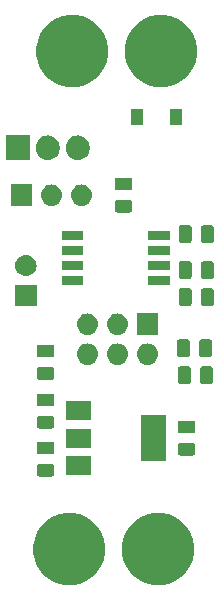
<source format=gbr>
G04 #@! TF.GenerationSoftware,KiCad,Pcbnew,(5.1.4)-1*
G04 #@! TF.CreationDate,2019-08-21T20:44:27-04:00*
G04 #@! TF.ProjectId,CABR_Schematic,43414252-5f53-4636-9865-6d617469632e,rev?*
G04 #@! TF.SameCoordinates,Original*
G04 #@! TF.FileFunction,Soldermask,Top*
G04 #@! TF.FilePolarity,Negative*
%FSLAX46Y46*%
G04 Gerber Fmt 4.6, Leading zero omitted, Abs format (unit mm)*
G04 Created by KiCad (PCBNEW (5.1.4)-1) date 2019-08-21 20:44:27*
%MOMM*%
%LPD*%
G04 APERTURE LIST*
%ADD10C,0.100000*%
G04 APERTURE END LIST*
D10*
G36*
X153677943Y-104254248D02*
G01*
X154233189Y-104484238D01*
X154233190Y-104484239D01*
X154732899Y-104818134D01*
X155157866Y-105243101D01*
X155157867Y-105243103D01*
X155491762Y-105742811D01*
X155721752Y-106298057D01*
X155839000Y-106887501D01*
X155839000Y-107488499D01*
X155721752Y-108077943D01*
X155491762Y-108633189D01*
X155491761Y-108633190D01*
X155157866Y-109132899D01*
X154732899Y-109557866D01*
X154481347Y-109725948D01*
X154233189Y-109891762D01*
X153677943Y-110121752D01*
X153088499Y-110239000D01*
X152487501Y-110239000D01*
X151898057Y-110121752D01*
X151342811Y-109891762D01*
X151094653Y-109725948D01*
X150843101Y-109557866D01*
X150418134Y-109132899D01*
X150084239Y-108633190D01*
X150084238Y-108633189D01*
X149854248Y-108077943D01*
X149737000Y-107488499D01*
X149737000Y-106887501D01*
X149854248Y-106298057D01*
X150084238Y-105742811D01*
X150418133Y-105243103D01*
X150418134Y-105243101D01*
X150843101Y-104818134D01*
X151342810Y-104484239D01*
X151342811Y-104484238D01*
X151898057Y-104254248D01*
X152487501Y-104137000D01*
X153088499Y-104137000D01*
X153677943Y-104254248D01*
X153677943Y-104254248D01*
G37*
G36*
X146177943Y-104254248D02*
G01*
X146733189Y-104484238D01*
X146733190Y-104484239D01*
X147232899Y-104818134D01*
X147657866Y-105243101D01*
X147657867Y-105243103D01*
X147991762Y-105742811D01*
X148221752Y-106298057D01*
X148339000Y-106887501D01*
X148339000Y-107488499D01*
X148221752Y-108077943D01*
X147991762Y-108633189D01*
X147991761Y-108633190D01*
X147657866Y-109132899D01*
X147232899Y-109557866D01*
X146981347Y-109725948D01*
X146733189Y-109891762D01*
X146177943Y-110121752D01*
X145588499Y-110239000D01*
X144987501Y-110239000D01*
X144398057Y-110121752D01*
X143842811Y-109891762D01*
X143594653Y-109725948D01*
X143343101Y-109557866D01*
X142918134Y-109132899D01*
X142584239Y-108633190D01*
X142584238Y-108633189D01*
X142354248Y-108077943D01*
X142237000Y-107488499D01*
X142237000Y-106887501D01*
X142354248Y-106298057D01*
X142584238Y-105742811D01*
X142918133Y-105243103D01*
X142918134Y-105243101D01*
X143343101Y-104818134D01*
X143842810Y-104484239D01*
X143842811Y-104484238D01*
X144398057Y-104254248D01*
X144987501Y-104137000D01*
X145588499Y-104137000D01*
X146177943Y-104254248D01*
X146177943Y-104254248D01*
G37*
G36*
X143840468Y-99971565D02*
G01*
X143879138Y-99983296D01*
X143914777Y-100002346D01*
X143946017Y-100027983D01*
X143971654Y-100059223D01*
X143990704Y-100094862D01*
X144002435Y-100133532D01*
X144007000Y-100179888D01*
X144007000Y-100831112D01*
X144002435Y-100877468D01*
X143990704Y-100916138D01*
X143971654Y-100951777D01*
X143946017Y-100983017D01*
X143914777Y-101008654D01*
X143879138Y-101027704D01*
X143840468Y-101039435D01*
X143794112Y-101044000D01*
X142717888Y-101044000D01*
X142671532Y-101039435D01*
X142632862Y-101027704D01*
X142597223Y-101008654D01*
X142565983Y-100983017D01*
X142540346Y-100951777D01*
X142521296Y-100916138D01*
X142509565Y-100877468D01*
X142505000Y-100831112D01*
X142505000Y-100179888D01*
X142509565Y-100133532D01*
X142521296Y-100094862D01*
X142540346Y-100059223D01*
X142565983Y-100027983D01*
X142597223Y-100002346D01*
X142632862Y-99983296D01*
X142671532Y-99971565D01*
X142717888Y-99967000D01*
X143794112Y-99967000D01*
X143840468Y-99971565D01*
X143840468Y-99971565D01*
G37*
G36*
X147126000Y-100891000D02*
G01*
X145024000Y-100891000D01*
X145024000Y-99289000D01*
X147126000Y-99289000D01*
X147126000Y-100891000D01*
X147126000Y-100891000D01*
G37*
G36*
X153426000Y-99741000D02*
G01*
X151324000Y-99741000D01*
X151324000Y-95839000D01*
X153426000Y-95839000D01*
X153426000Y-99741000D01*
X153426000Y-99741000D01*
G37*
G36*
X155778468Y-98193565D02*
G01*
X155817138Y-98205296D01*
X155852777Y-98224346D01*
X155884017Y-98249983D01*
X155909654Y-98281223D01*
X155928704Y-98316862D01*
X155940435Y-98355532D01*
X155945000Y-98401888D01*
X155945000Y-99053112D01*
X155940435Y-99099468D01*
X155928704Y-99138138D01*
X155909654Y-99173777D01*
X155884017Y-99205017D01*
X155852777Y-99230654D01*
X155817138Y-99249704D01*
X155778468Y-99261435D01*
X155732112Y-99266000D01*
X154655888Y-99266000D01*
X154609532Y-99261435D01*
X154570862Y-99249704D01*
X154535223Y-99230654D01*
X154503983Y-99205017D01*
X154478346Y-99173777D01*
X154459296Y-99138138D01*
X154447565Y-99099468D01*
X154443000Y-99053112D01*
X154443000Y-98401888D01*
X154447565Y-98355532D01*
X154459296Y-98316862D01*
X154478346Y-98281223D01*
X154503983Y-98249983D01*
X154535223Y-98224346D01*
X154570862Y-98205296D01*
X154609532Y-98193565D01*
X154655888Y-98189000D01*
X155732112Y-98189000D01*
X155778468Y-98193565D01*
X155778468Y-98193565D01*
G37*
G36*
X143840468Y-98096565D02*
G01*
X143879138Y-98108296D01*
X143914777Y-98127346D01*
X143946017Y-98152983D01*
X143971654Y-98184223D01*
X143990704Y-98219862D01*
X144002435Y-98258532D01*
X144007000Y-98304888D01*
X144007000Y-98956112D01*
X144002435Y-99002468D01*
X143990704Y-99041138D01*
X143971654Y-99076777D01*
X143946017Y-99108017D01*
X143914777Y-99133654D01*
X143879138Y-99152704D01*
X143840468Y-99164435D01*
X143794112Y-99169000D01*
X142717888Y-99169000D01*
X142671532Y-99164435D01*
X142632862Y-99152704D01*
X142597223Y-99133654D01*
X142565983Y-99108017D01*
X142540346Y-99076777D01*
X142521296Y-99041138D01*
X142509565Y-99002468D01*
X142505000Y-98956112D01*
X142505000Y-98304888D01*
X142509565Y-98258532D01*
X142521296Y-98219862D01*
X142540346Y-98184223D01*
X142565983Y-98152983D01*
X142597223Y-98127346D01*
X142632862Y-98108296D01*
X142671532Y-98096565D01*
X142717888Y-98092000D01*
X143794112Y-98092000D01*
X143840468Y-98096565D01*
X143840468Y-98096565D01*
G37*
G36*
X147126000Y-98591000D02*
G01*
X145024000Y-98591000D01*
X145024000Y-96989000D01*
X147126000Y-96989000D01*
X147126000Y-98591000D01*
X147126000Y-98591000D01*
G37*
G36*
X155778468Y-96318565D02*
G01*
X155817138Y-96330296D01*
X155852777Y-96349346D01*
X155884017Y-96374983D01*
X155909654Y-96406223D01*
X155928704Y-96441862D01*
X155940435Y-96480532D01*
X155945000Y-96526888D01*
X155945000Y-97178112D01*
X155940435Y-97224468D01*
X155928704Y-97263138D01*
X155909654Y-97298777D01*
X155884017Y-97330017D01*
X155852777Y-97355654D01*
X155817138Y-97374704D01*
X155778468Y-97386435D01*
X155732112Y-97391000D01*
X154655888Y-97391000D01*
X154609532Y-97386435D01*
X154570862Y-97374704D01*
X154535223Y-97355654D01*
X154503983Y-97330017D01*
X154478346Y-97298777D01*
X154459296Y-97263138D01*
X154447565Y-97224468D01*
X154443000Y-97178112D01*
X154443000Y-96526888D01*
X154447565Y-96480532D01*
X154459296Y-96441862D01*
X154478346Y-96406223D01*
X154503983Y-96374983D01*
X154535223Y-96349346D01*
X154570862Y-96330296D01*
X154609532Y-96318565D01*
X154655888Y-96314000D01*
X155732112Y-96314000D01*
X155778468Y-96318565D01*
X155778468Y-96318565D01*
G37*
G36*
X143840468Y-95907565D02*
G01*
X143879138Y-95919296D01*
X143914777Y-95938346D01*
X143946017Y-95963983D01*
X143971654Y-95995223D01*
X143990704Y-96030862D01*
X144002435Y-96069532D01*
X144007000Y-96115888D01*
X144007000Y-96767112D01*
X144002435Y-96813468D01*
X143990704Y-96852138D01*
X143971654Y-96887777D01*
X143946017Y-96919017D01*
X143914777Y-96944654D01*
X143879138Y-96963704D01*
X143840468Y-96975435D01*
X143794112Y-96980000D01*
X142717888Y-96980000D01*
X142671532Y-96975435D01*
X142632862Y-96963704D01*
X142597223Y-96944654D01*
X142565983Y-96919017D01*
X142540346Y-96887777D01*
X142521296Y-96852138D01*
X142509565Y-96813468D01*
X142505000Y-96767112D01*
X142505000Y-96115888D01*
X142509565Y-96069532D01*
X142521296Y-96030862D01*
X142540346Y-95995223D01*
X142565983Y-95963983D01*
X142597223Y-95938346D01*
X142632862Y-95919296D01*
X142671532Y-95907565D01*
X142717888Y-95903000D01*
X143794112Y-95903000D01*
X143840468Y-95907565D01*
X143840468Y-95907565D01*
G37*
G36*
X147126000Y-96291000D02*
G01*
X145024000Y-96291000D01*
X145024000Y-94689000D01*
X147126000Y-94689000D01*
X147126000Y-96291000D01*
X147126000Y-96291000D01*
G37*
G36*
X143840468Y-94032565D02*
G01*
X143879138Y-94044296D01*
X143914777Y-94063346D01*
X143946017Y-94088983D01*
X143971654Y-94120223D01*
X143990704Y-94155862D01*
X144002435Y-94194532D01*
X144007000Y-94240888D01*
X144007000Y-94892112D01*
X144002435Y-94938468D01*
X143990704Y-94977138D01*
X143971654Y-95012777D01*
X143946017Y-95044017D01*
X143914777Y-95069654D01*
X143879138Y-95088704D01*
X143840468Y-95100435D01*
X143794112Y-95105000D01*
X142717888Y-95105000D01*
X142671532Y-95100435D01*
X142632862Y-95088704D01*
X142597223Y-95069654D01*
X142565983Y-95044017D01*
X142540346Y-95012777D01*
X142521296Y-94977138D01*
X142509565Y-94938468D01*
X142505000Y-94892112D01*
X142505000Y-94240888D01*
X142509565Y-94194532D01*
X142521296Y-94155862D01*
X142540346Y-94120223D01*
X142565983Y-94088983D01*
X142597223Y-94063346D01*
X142632862Y-94044296D01*
X142671532Y-94032565D01*
X142717888Y-94028000D01*
X143794112Y-94028000D01*
X143840468Y-94032565D01*
X143840468Y-94032565D01*
G37*
G36*
X157265468Y-91709565D02*
G01*
X157304138Y-91721296D01*
X157339777Y-91740346D01*
X157371017Y-91765983D01*
X157396654Y-91797223D01*
X157415704Y-91832862D01*
X157427435Y-91871532D01*
X157432000Y-91917888D01*
X157432000Y-92994112D01*
X157427435Y-93040468D01*
X157415704Y-93079138D01*
X157396654Y-93114777D01*
X157371017Y-93146017D01*
X157339777Y-93171654D01*
X157304138Y-93190704D01*
X157265468Y-93202435D01*
X157219112Y-93207000D01*
X156567888Y-93207000D01*
X156521532Y-93202435D01*
X156482862Y-93190704D01*
X156447223Y-93171654D01*
X156415983Y-93146017D01*
X156390346Y-93114777D01*
X156371296Y-93079138D01*
X156359565Y-93040468D01*
X156355000Y-92994112D01*
X156355000Y-91917888D01*
X156359565Y-91871532D01*
X156371296Y-91832862D01*
X156390346Y-91797223D01*
X156415983Y-91765983D01*
X156447223Y-91740346D01*
X156482862Y-91721296D01*
X156521532Y-91709565D01*
X156567888Y-91705000D01*
X157219112Y-91705000D01*
X157265468Y-91709565D01*
X157265468Y-91709565D01*
G37*
G36*
X155390468Y-91709565D02*
G01*
X155429138Y-91721296D01*
X155464777Y-91740346D01*
X155496017Y-91765983D01*
X155521654Y-91797223D01*
X155540704Y-91832862D01*
X155552435Y-91871532D01*
X155557000Y-91917888D01*
X155557000Y-92994112D01*
X155552435Y-93040468D01*
X155540704Y-93079138D01*
X155521654Y-93114777D01*
X155496017Y-93146017D01*
X155464777Y-93171654D01*
X155429138Y-93190704D01*
X155390468Y-93202435D01*
X155344112Y-93207000D01*
X154692888Y-93207000D01*
X154646532Y-93202435D01*
X154607862Y-93190704D01*
X154572223Y-93171654D01*
X154540983Y-93146017D01*
X154515346Y-93114777D01*
X154496296Y-93079138D01*
X154484565Y-93040468D01*
X154480000Y-92994112D01*
X154480000Y-91917888D01*
X154484565Y-91871532D01*
X154496296Y-91832862D01*
X154515346Y-91797223D01*
X154540983Y-91765983D01*
X154572223Y-91740346D01*
X154607862Y-91721296D01*
X154646532Y-91709565D01*
X154692888Y-91705000D01*
X155344112Y-91705000D01*
X155390468Y-91709565D01*
X155390468Y-91709565D01*
G37*
G36*
X143840468Y-91765065D02*
G01*
X143879138Y-91776796D01*
X143914777Y-91795846D01*
X143946017Y-91821483D01*
X143971654Y-91852723D01*
X143990704Y-91888362D01*
X144002435Y-91927032D01*
X144007000Y-91973388D01*
X144007000Y-92624612D01*
X144002435Y-92670968D01*
X143990704Y-92709638D01*
X143971654Y-92745277D01*
X143946017Y-92776517D01*
X143914777Y-92802154D01*
X143879138Y-92821204D01*
X143840468Y-92832935D01*
X143794112Y-92837500D01*
X142717888Y-92837500D01*
X142671532Y-92832935D01*
X142632862Y-92821204D01*
X142597223Y-92802154D01*
X142565983Y-92776517D01*
X142540346Y-92745277D01*
X142521296Y-92709638D01*
X142509565Y-92670968D01*
X142505000Y-92624612D01*
X142505000Y-91973388D01*
X142509565Y-91927032D01*
X142521296Y-91888362D01*
X142540346Y-91852723D01*
X142565983Y-91821483D01*
X142597223Y-91795846D01*
X142632862Y-91776796D01*
X142671532Y-91765065D01*
X142717888Y-91760500D01*
X143794112Y-91760500D01*
X143840468Y-91765065D01*
X143840468Y-91765065D01*
G37*
G36*
X146922443Y-89783519D02*
G01*
X146988627Y-89790037D01*
X147158466Y-89841557D01*
X147314991Y-89925222D01*
X147340897Y-89946483D01*
X147452186Y-90037814D01*
X147505043Y-90102222D01*
X147564778Y-90175009D01*
X147648443Y-90331534D01*
X147699963Y-90501373D01*
X147717359Y-90678000D01*
X147699963Y-90854627D01*
X147648443Y-91024466D01*
X147564778Y-91180991D01*
X147535448Y-91216729D01*
X147452186Y-91318186D01*
X147350729Y-91401448D01*
X147314991Y-91430778D01*
X147158466Y-91514443D01*
X146988627Y-91565963D01*
X146922443Y-91572481D01*
X146856260Y-91579000D01*
X146767740Y-91579000D01*
X146701557Y-91572481D01*
X146635373Y-91565963D01*
X146465534Y-91514443D01*
X146309009Y-91430778D01*
X146273271Y-91401448D01*
X146171814Y-91318186D01*
X146088552Y-91216729D01*
X146059222Y-91180991D01*
X145975557Y-91024466D01*
X145924037Y-90854627D01*
X145906641Y-90678000D01*
X145924037Y-90501373D01*
X145975557Y-90331534D01*
X146059222Y-90175009D01*
X146118957Y-90102222D01*
X146171814Y-90037814D01*
X146283103Y-89946483D01*
X146309009Y-89925222D01*
X146465534Y-89841557D01*
X146635373Y-89790037D01*
X146701557Y-89783519D01*
X146767740Y-89777000D01*
X146856260Y-89777000D01*
X146922443Y-89783519D01*
X146922443Y-89783519D01*
G37*
G36*
X149462443Y-89783519D02*
G01*
X149528627Y-89790037D01*
X149698466Y-89841557D01*
X149854991Y-89925222D01*
X149880897Y-89946483D01*
X149992186Y-90037814D01*
X150045043Y-90102222D01*
X150104778Y-90175009D01*
X150188443Y-90331534D01*
X150239963Y-90501373D01*
X150257359Y-90678000D01*
X150239963Y-90854627D01*
X150188443Y-91024466D01*
X150104778Y-91180991D01*
X150075448Y-91216729D01*
X149992186Y-91318186D01*
X149890729Y-91401448D01*
X149854991Y-91430778D01*
X149698466Y-91514443D01*
X149528627Y-91565963D01*
X149462443Y-91572481D01*
X149396260Y-91579000D01*
X149307740Y-91579000D01*
X149241557Y-91572481D01*
X149175373Y-91565963D01*
X149005534Y-91514443D01*
X148849009Y-91430778D01*
X148813271Y-91401448D01*
X148711814Y-91318186D01*
X148628552Y-91216729D01*
X148599222Y-91180991D01*
X148515557Y-91024466D01*
X148464037Y-90854627D01*
X148446641Y-90678000D01*
X148464037Y-90501373D01*
X148515557Y-90331534D01*
X148599222Y-90175009D01*
X148658957Y-90102222D01*
X148711814Y-90037814D01*
X148823103Y-89946483D01*
X148849009Y-89925222D01*
X149005534Y-89841557D01*
X149175373Y-89790037D01*
X149241557Y-89783519D01*
X149307740Y-89777000D01*
X149396260Y-89777000D01*
X149462443Y-89783519D01*
X149462443Y-89783519D01*
G37*
G36*
X152002443Y-89783519D02*
G01*
X152068627Y-89790037D01*
X152238466Y-89841557D01*
X152394991Y-89925222D01*
X152420897Y-89946483D01*
X152532186Y-90037814D01*
X152585043Y-90102222D01*
X152644778Y-90175009D01*
X152728443Y-90331534D01*
X152779963Y-90501373D01*
X152797359Y-90678000D01*
X152779963Y-90854627D01*
X152728443Y-91024466D01*
X152644778Y-91180991D01*
X152615448Y-91216729D01*
X152532186Y-91318186D01*
X152430729Y-91401448D01*
X152394991Y-91430778D01*
X152238466Y-91514443D01*
X152068627Y-91565963D01*
X152002443Y-91572481D01*
X151936260Y-91579000D01*
X151847740Y-91579000D01*
X151781557Y-91572481D01*
X151715373Y-91565963D01*
X151545534Y-91514443D01*
X151389009Y-91430778D01*
X151353271Y-91401448D01*
X151251814Y-91318186D01*
X151168552Y-91216729D01*
X151139222Y-91180991D01*
X151055557Y-91024466D01*
X151004037Y-90854627D01*
X150986641Y-90678000D01*
X151004037Y-90501373D01*
X151055557Y-90331534D01*
X151139222Y-90175009D01*
X151198957Y-90102222D01*
X151251814Y-90037814D01*
X151363103Y-89946483D01*
X151389009Y-89925222D01*
X151545534Y-89841557D01*
X151715373Y-89790037D01*
X151781557Y-89783519D01*
X151847740Y-89777000D01*
X151936260Y-89777000D01*
X152002443Y-89783519D01*
X152002443Y-89783519D01*
G37*
G36*
X143840468Y-89890065D02*
G01*
X143879138Y-89901796D01*
X143914777Y-89920846D01*
X143946017Y-89946483D01*
X143971654Y-89977723D01*
X143990704Y-90013362D01*
X144002435Y-90052032D01*
X144007000Y-90098388D01*
X144007000Y-90749612D01*
X144002435Y-90795968D01*
X143990704Y-90834638D01*
X143971654Y-90870277D01*
X143946017Y-90901517D01*
X143914777Y-90927154D01*
X143879138Y-90946204D01*
X143840468Y-90957935D01*
X143794112Y-90962500D01*
X142717888Y-90962500D01*
X142671532Y-90957935D01*
X142632862Y-90946204D01*
X142597223Y-90927154D01*
X142565983Y-90901517D01*
X142540346Y-90870277D01*
X142521296Y-90834638D01*
X142509565Y-90795968D01*
X142505000Y-90749612D01*
X142505000Y-90098388D01*
X142509565Y-90052032D01*
X142521296Y-90013362D01*
X142540346Y-89977723D01*
X142565983Y-89946483D01*
X142597223Y-89920846D01*
X142632862Y-89901796D01*
X142671532Y-89890065D01*
X142717888Y-89885500D01*
X143794112Y-89885500D01*
X143840468Y-89890065D01*
X143840468Y-89890065D01*
G37*
G36*
X157186968Y-89423565D02*
G01*
X157225638Y-89435296D01*
X157261277Y-89454346D01*
X157292517Y-89479983D01*
X157318154Y-89511223D01*
X157337204Y-89546862D01*
X157348935Y-89585532D01*
X157353500Y-89631888D01*
X157353500Y-90708112D01*
X157348935Y-90754468D01*
X157337204Y-90793138D01*
X157318154Y-90828777D01*
X157292517Y-90860017D01*
X157261277Y-90885654D01*
X157225638Y-90904704D01*
X157186968Y-90916435D01*
X157140612Y-90921000D01*
X156489388Y-90921000D01*
X156443032Y-90916435D01*
X156404362Y-90904704D01*
X156368723Y-90885654D01*
X156337483Y-90860017D01*
X156311846Y-90828777D01*
X156292796Y-90793138D01*
X156281065Y-90754468D01*
X156276500Y-90708112D01*
X156276500Y-89631888D01*
X156281065Y-89585532D01*
X156292796Y-89546862D01*
X156311846Y-89511223D01*
X156337483Y-89479983D01*
X156368723Y-89454346D01*
X156404362Y-89435296D01*
X156443032Y-89423565D01*
X156489388Y-89419000D01*
X157140612Y-89419000D01*
X157186968Y-89423565D01*
X157186968Y-89423565D01*
G37*
G36*
X155311968Y-89423565D02*
G01*
X155350638Y-89435296D01*
X155386277Y-89454346D01*
X155417517Y-89479983D01*
X155443154Y-89511223D01*
X155462204Y-89546862D01*
X155473935Y-89585532D01*
X155478500Y-89631888D01*
X155478500Y-90708112D01*
X155473935Y-90754468D01*
X155462204Y-90793138D01*
X155443154Y-90828777D01*
X155417517Y-90860017D01*
X155386277Y-90885654D01*
X155350638Y-90904704D01*
X155311968Y-90916435D01*
X155265612Y-90921000D01*
X154614388Y-90921000D01*
X154568032Y-90916435D01*
X154529362Y-90904704D01*
X154493723Y-90885654D01*
X154462483Y-90860017D01*
X154436846Y-90828777D01*
X154417796Y-90793138D01*
X154406065Y-90754468D01*
X154401500Y-90708112D01*
X154401500Y-89631888D01*
X154406065Y-89585532D01*
X154417796Y-89546862D01*
X154436846Y-89511223D01*
X154462483Y-89479983D01*
X154493723Y-89454346D01*
X154529362Y-89435296D01*
X154568032Y-89423565D01*
X154614388Y-89419000D01*
X155265612Y-89419000D01*
X155311968Y-89423565D01*
X155311968Y-89423565D01*
G37*
G36*
X152793000Y-89039000D02*
G01*
X150991000Y-89039000D01*
X150991000Y-87237000D01*
X152793000Y-87237000D01*
X152793000Y-89039000D01*
X152793000Y-89039000D01*
G37*
G36*
X149462442Y-87243518D02*
G01*
X149528627Y-87250037D01*
X149698466Y-87301557D01*
X149854991Y-87385222D01*
X149890729Y-87414552D01*
X149992186Y-87497814D01*
X150075448Y-87599271D01*
X150104778Y-87635009D01*
X150188443Y-87791534D01*
X150239963Y-87961373D01*
X150257359Y-88138000D01*
X150239963Y-88314627D01*
X150188443Y-88484466D01*
X150104778Y-88640991D01*
X150075448Y-88676729D01*
X149992186Y-88778186D01*
X149890729Y-88861448D01*
X149854991Y-88890778D01*
X149698466Y-88974443D01*
X149528627Y-89025963D01*
X149462443Y-89032481D01*
X149396260Y-89039000D01*
X149307740Y-89039000D01*
X149241557Y-89032481D01*
X149175373Y-89025963D01*
X149005534Y-88974443D01*
X148849009Y-88890778D01*
X148813271Y-88861448D01*
X148711814Y-88778186D01*
X148628552Y-88676729D01*
X148599222Y-88640991D01*
X148515557Y-88484466D01*
X148464037Y-88314627D01*
X148446641Y-88138000D01*
X148464037Y-87961373D01*
X148515557Y-87791534D01*
X148599222Y-87635009D01*
X148628552Y-87599271D01*
X148711814Y-87497814D01*
X148813271Y-87414552D01*
X148849009Y-87385222D01*
X149005534Y-87301557D01*
X149175373Y-87250037D01*
X149241558Y-87243518D01*
X149307740Y-87237000D01*
X149396260Y-87237000D01*
X149462442Y-87243518D01*
X149462442Y-87243518D01*
G37*
G36*
X146922442Y-87243518D02*
G01*
X146988627Y-87250037D01*
X147158466Y-87301557D01*
X147314991Y-87385222D01*
X147350729Y-87414552D01*
X147452186Y-87497814D01*
X147535448Y-87599271D01*
X147564778Y-87635009D01*
X147648443Y-87791534D01*
X147699963Y-87961373D01*
X147717359Y-88138000D01*
X147699963Y-88314627D01*
X147648443Y-88484466D01*
X147564778Y-88640991D01*
X147535448Y-88676729D01*
X147452186Y-88778186D01*
X147350729Y-88861448D01*
X147314991Y-88890778D01*
X147158466Y-88974443D01*
X146988627Y-89025963D01*
X146922443Y-89032481D01*
X146856260Y-89039000D01*
X146767740Y-89039000D01*
X146701557Y-89032481D01*
X146635373Y-89025963D01*
X146465534Y-88974443D01*
X146309009Y-88890778D01*
X146273271Y-88861448D01*
X146171814Y-88778186D01*
X146088552Y-88676729D01*
X146059222Y-88640991D01*
X145975557Y-88484466D01*
X145924037Y-88314627D01*
X145906641Y-88138000D01*
X145924037Y-87961373D01*
X145975557Y-87791534D01*
X146059222Y-87635009D01*
X146088552Y-87599271D01*
X146171814Y-87497814D01*
X146273271Y-87414552D01*
X146309009Y-87385222D01*
X146465534Y-87301557D01*
X146635373Y-87250037D01*
X146701558Y-87243518D01*
X146767740Y-87237000D01*
X146856260Y-87237000D01*
X146922442Y-87243518D01*
X146922442Y-87243518D01*
G37*
G36*
X142506000Y-86626000D02*
G01*
X140704000Y-86626000D01*
X140704000Y-84824000D01*
X142506000Y-84824000D01*
X142506000Y-86626000D01*
X142506000Y-86626000D01*
G37*
G36*
X155468968Y-85105565D02*
G01*
X155507638Y-85117296D01*
X155543277Y-85136346D01*
X155574517Y-85161983D01*
X155600154Y-85193223D01*
X155619204Y-85228862D01*
X155630935Y-85267532D01*
X155635500Y-85313888D01*
X155635500Y-86390112D01*
X155630935Y-86436468D01*
X155619204Y-86475138D01*
X155600154Y-86510777D01*
X155574517Y-86542017D01*
X155543277Y-86567654D01*
X155507638Y-86586704D01*
X155468968Y-86598435D01*
X155422612Y-86603000D01*
X154771388Y-86603000D01*
X154725032Y-86598435D01*
X154686362Y-86586704D01*
X154650723Y-86567654D01*
X154619483Y-86542017D01*
X154593846Y-86510777D01*
X154574796Y-86475138D01*
X154563065Y-86436468D01*
X154558500Y-86390112D01*
X154558500Y-85313888D01*
X154563065Y-85267532D01*
X154574796Y-85228862D01*
X154593846Y-85193223D01*
X154619483Y-85161983D01*
X154650723Y-85136346D01*
X154686362Y-85117296D01*
X154725032Y-85105565D01*
X154771388Y-85101000D01*
X155422612Y-85101000D01*
X155468968Y-85105565D01*
X155468968Y-85105565D01*
G37*
G36*
X157343968Y-85105565D02*
G01*
X157382638Y-85117296D01*
X157418277Y-85136346D01*
X157449517Y-85161983D01*
X157475154Y-85193223D01*
X157494204Y-85228862D01*
X157505935Y-85267532D01*
X157510500Y-85313888D01*
X157510500Y-86390112D01*
X157505935Y-86436468D01*
X157494204Y-86475138D01*
X157475154Y-86510777D01*
X157449517Y-86542017D01*
X157418277Y-86567654D01*
X157382638Y-86586704D01*
X157343968Y-86598435D01*
X157297612Y-86603000D01*
X156646388Y-86603000D01*
X156600032Y-86598435D01*
X156561362Y-86586704D01*
X156525723Y-86567654D01*
X156494483Y-86542017D01*
X156468846Y-86510777D01*
X156449796Y-86475138D01*
X156438065Y-86436468D01*
X156433500Y-86390112D01*
X156433500Y-85313888D01*
X156438065Y-85267532D01*
X156449796Y-85228862D01*
X156468846Y-85193223D01*
X156494483Y-85161983D01*
X156525723Y-85136346D01*
X156561362Y-85117296D01*
X156600032Y-85105565D01*
X156646388Y-85101000D01*
X157297612Y-85101000D01*
X157343968Y-85105565D01*
X157343968Y-85105565D01*
G37*
G36*
X153776000Y-84831000D02*
G01*
X151974000Y-84831000D01*
X151974000Y-84079000D01*
X153776000Y-84079000D01*
X153776000Y-84831000D01*
X153776000Y-84831000D01*
G37*
G36*
X146476000Y-84831000D02*
G01*
X144674000Y-84831000D01*
X144674000Y-84079000D01*
X146476000Y-84079000D01*
X146476000Y-84831000D01*
X146476000Y-84831000D01*
G37*
G36*
X155468968Y-82819565D02*
G01*
X155507638Y-82831296D01*
X155543277Y-82850346D01*
X155574517Y-82875983D01*
X155600154Y-82907223D01*
X155619204Y-82942862D01*
X155630935Y-82981532D01*
X155635500Y-83027888D01*
X155635500Y-84104112D01*
X155630935Y-84150468D01*
X155619204Y-84189138D01*
X155600154Y-84224777D01*
X155574517Y-84256017D01*
X155543277Y-84281654D01*
X155507638Y-84300704D01*
X155468968Y-84312435D01*
X155422612Y-84317000D01*
X154771388Y-84317000D01*
X154725032Y-84312435D01*
X154686362Y-84300704D01*
X154650723Y-84281654D01*
X154619483Y-84256017D01*
X154593846Y-84224777D01*
X154574796Y-84189138D01*
X154563065Y-84150468D01*
X154558500Y-84104112D01*
X154558500Y-83027888D01*
X154563065Y-82981532D01*
X154574796Y-82942862D01*
X154593846Y-82907223D01*
X154619483Y-82875983D01*
X154650723Y-82850346D01*
X154686362Y-82831296D01*
X154725032Y-82819565D01*
X154771388Y-82815000D01*
X155422612Y-82815000D01*
X155468968Y-82819565D01*
X155468968Y-82819565D01*
G37*
G36*
X157343968Y-82819565D02*
G01*
X157382638Y-82831296D01*
X157418277Y-82850346D01*
X157449517Y-82875983D01*
X157475154Y-82907223D01*
X157494204Y-82942862D01*
X157505935Y-82981532D01*
X157510500Y-83027888D01*
X157510500Y-84104112D01*
X157505935Y-84150468D01*
X157494204Y-84189138D01*
X157475154Y-84224777D01*
X157449517Y-84256017D01*
X157418277Y-84281654D01*
X157382638Y-84300704D01*
X157343968Y-84312435D01*
X157297612Y-84317000D01*
X156646388Y-84317000D01*
X156600032Y-84312435D01*
X156561362Y-84300704D01*
X156525723Y-84281654D01*
X156494483Y-84256017D01*
X156468846Y-84224777D01*
X156449796Y-84189138D01*
X156438065Y-84150468D01*
X156433500Y-84104112D01*
X156433500Y-83027888D01*
X156438065Y-82981532D01*
X156449796Y-82942862D01*
X156468846Y-82907223D01*
X156494483Y-82875983D01*
X156525723Y-82850346D01*
X156561362Y-82831296D01*
X156600032Y-82819565D01*
X156646388Y-82815000D01*
X157297612Y-82815000D01*
X157343968Y-82819565D01*
X157343968Y-82819565D01*
G37*
G36*
X141715443Y-82290519D02*
G01*
X141781627Y-82297037D01*
X141951466Y-82348557D01*
X142107991Y-82432222D01*
X142143729Y-82461552D01*
X142245186Y-82544814D01*
X142328448Y-82646271D01*
X142357778Y-82682009D01*
X142441443Y-82838534D01*
X142492963Y-83008373D01*
X142510359Y-83185000D01*
X142492963Y-83361627D01*
X142441443Y-83531466D01*
X142357778Y-83687991D01*
X142328448Y-83723729D01*
X142245186Y-83825186D01*
X142143729Y-83908448D01*
X142107991Y-83937778D01*
X141951466Y-84021443D01*
X141781627Y-84072963D01*
X141720331Y-84079000D01*
X141649260Y-84086000D01*
X141560740Y-84086000D01*
X141489669Y-84079000D01*
X141428373Y-84072963D01*
X141258534Y-84021443D01*
X141102009Y-83937778D01*
X141066271Y-83908448D01*
X140964814Y-83825186D01*
X140881552Y-83723729D01*
X140852222Y-83687991D01*
X140768557Y-83531466D01*
X140717037Y-83361627D01*
X140699641Y-83185000D01*
X140717037Y-83008373D01*
X140768557Y-82838534D01*
X140852222Y-82682009D01*
X140881552Y-82646271D01*
X140964814Y-82544814D01*
X141066271Y-82461552D01*
X141102009Y-82432222D01*
X141258534Y-82348557D01*
X141428373Y-82297037D01*
X141494557Y-82290519D01*
X141560740Y-82284000D01*
X141649260Y-82284000D01*
X141715443Y-82290519D01*
X141715443Y-82290519D01*
G37*
G36*
X153776000Y-83561000D02*
G01*
X151974000Y-83561000D01*
X151974000Y-82809000D01*
X153776000Y-82809000D01*
X153776000Y-83561000D01*
X153776000Y-83561000D01*
G37*
G36*
X146476000Y-83561000D02*
G01*
X144674000Y-83561000D01*
X144674000Y-82809000D01*
X146476000Y-82809000D01*
X146476000Y-83561000D01*
X146476000Y-83561000D01*
G37*
G36*
X146476000Y-82291000D02*
G01*
X144674000Y-82291000D01*
X144674000Y-81539000D01*
X146476000Y-81539000D01*
X146476000Y-82291000D01*
X146476000Y-82291000D01*
G37*
G36*
X153776000Y-82291000D02*
G01*
X151974000Y-82291000D01*
X151974000Y-81539000D01*
X153776000Y-81539000D01*
X153776000Y-82291000D01*
X153776000Y-82291000D01*
G37*
G36*
X155468968Y-79771565D02*
G01*
X155507638Y-79783296D01*
X155543277Y-79802346D01*
X155574517Y-79827983D01*
X155600154Y-79859223D01*
X155619204Y-79894862D01*
X155630935Y-79933532D01*
X155635500Y-79979888D01*
X155635500Y-81056112D01*
X155630935Y-81102468D01*
X155619204Y-81141138D01*
X155600154Y-81176777D01*
X155574517Y-81208017D01*
X155543277Y-81233654D01*
X155507638Y-81252704D01*
X155468968Y-81264435D01*
X155422612Y-81269000D01*
X154771388Y-81269000D01*
X154725032Y-81264435D01*
X154686362Y-81252704D01*
X154650723Y-81233654D01*
X154619483Y-81208017D01*
X154593846Y-81176777D01*
X154574796Y-81141138D01*
X154563065Y-81102468D01*
X154558500Y-81056112D01*
X154558500Y-79979888D01*
X154563065Y-79933532D01*
X154574796Y-79894862D01*
X154593846Y-79859223D01*
X154619483Y-79827983D01*
X154650723Y-79802346D01*
X154686362Y-79783296D01*
X154725032Y-79771565D01*
X154771388Y-79767000D01*
X155422612Y-79767000D01*
X155468968Y-79771565D01*
X155468968Y-79771565D01*
G37*
G36*
X157343968Y-79771565D02*
G01*
X157382638Y-79783296D01*
X157418277Y-79802346D01*
X157449517Y-79827983D01*
X157475154Y-79859223D01*
X157494204Y-79894862D01*
X157505935Y-79933532D01*
X157510500Y-79979888D01*
X157510500Y-81056112D01*
X157505935Y-81102468D01*
X157494204Y-81141138D01*
X157475154Y-81176777D01*
X157449517Y-81208017D01*
X157418277Y-81233654D01*
X157382638Y-81252704D01*
X157343968Y-81264435D01*
X157297612Y-81269000D01*
X156646388Y-81269000D01*
X156600032Y-81264435D01*
X156561362Y-81252704D01*
X156525723Y-81233654D01*
X156494483Y-81208017D01*
X156468846Y-81176777D01*
X156449796Y-81141138D01*
X156438065Y-81102468D01*
X156433500Y-81056112D01*
X156433500Y-79979888D01*
X156438065Y-79933532D01*
X156449796Y-79894862D01*
X156468846Y-79859223D01*
X156494483Y-79827983D01*
X156525723Y-79802346D01*
X156561362Y-79783296D01*
X156600032Y-79771565D01*
X156646388Y-79767000D01*
X157297612Y-79767000D01*
X157343968Y-79771565D01*
X157343968Y-79771565D01*
G37*
G36*
X153776000Y-81021000D02*
G01*
X151974000Y-81021000D01*
X151974000Y-80269000D01*
X153776000Y-80269000D01*
X153776000Y-81021000D01*
X153776000Y-81021000D01*
G37*
G36*
X146476000Y-81021000D02*
G01*
X144674000Y-81021000D01*
X144674000Y-80269000D01*
X146476000Y-80269000D01*
X146476000Y-81021000D01*
X146476000Y-81021000D01*
G37*
G36*
X150444468Y-77619565D02*
G01*
X150483138Y-77631296D01*
X150518777Y-77650346D01*
X150550017Y-77675983D01*
X150575654Y-77707223D01*
X150594704Y-77742862D01*
X150606435Y-77781532D01*
X150611000Y-77827888D01*
X150611000Y-78479112D01*
X150606435Y-78525468D01*
X150594704Y-78564138D01*
X150575654Y-78599777D01*
X150550017Y-78631017D01*
X150518777Y-78656654D01*
X150483138Y-78675704D01*
X150444468Y-78687435D01*
X150398112Y-78692000D01*
X149321888Y-78692000D01*
X149275532Y-78687435D01*
X149236862Y-78675704D01*
X149201223Y-78656654D01*
X149169983Y-78631017D01*
X149144346Y-78599777D01*
X149125296Y-78564138D01*
X149113565Y-78525468D01*
X149109000Y-78479112D01*
X149109000Y-77827888D01*
X149113565Y-77781532D01*
X149125296Y-77742862D01*
X149144346Y-77707223D01*
X149169983Y-77675983D01*
X149201223Y-77650346D01*
X149236862Y-77631296D01*
X149275532Y-77619565D01*
X149321888Y-77615000D01*
X150398112Y-77615000D01*
X150444468Y-77619565D01*
X150444468Y-77619565D01*
G37*
G36*
X142125000Y-78117000D02*
G01*
X140323000Y-78117000D01*
X140323000Y-76315000D01*
X142125000Y-76315000D01*
X142125000Y-78117000D01*
X142125000Y-78117000D01*
G37*
G36*
X143874442Y-76321518D02*
G01*
X143940627Y-76328037D01*
X144110466Y-76379557D01*
X144266991Y-76463222D01*
X144302729Y-76492552D01*
X144404186Y-76575814D01*
X144487448Y-76677271D01*
X144516778Y-76713009D01*
X144600443Y-76869534D01*
X144651963Y-77039373D01*
X144669359Y-77216000D01*
X144651963Y-77392627D01*
X144600443Y-77562466D01*
X144516778Y-77718991D01*
X144503916Y-77734663D01*
X144404186Y-77856186D01*
X144302729Y-77939448D01*
X144266991Y-77968778D01*
X144110466Y-78052443D01*
X143940627Y-78103963D01*
X143874442Y-78110482D01*
X143808260Y-78117000D01*
X143719740Y-78117000D01*
X143653558Y-78110482D01*
X143587373Y-78103963D01*
X143417534Y-78052443D01*
X143261009Y-77968778D01*
X143225271Y-77939448D01*
X143123814Y-77856186D01*
X143024084Y-77734663D01*
X143011222Y-77718991D01*
X142927557Y-77562466D01*
X142876037Y-77392627D01*
X142858641Y-77216000D01*
X142876037Y-77039373D01*
X142927557Y-76869534D01*
X143011222Y-76713009D01*
X143040552Y-76677271D01*
X143123814Y-76575814D01*
X143225271Y-76492552D01*
X143261009Y-76463222D01*
X143417534Y-76379557D01*
X143587373Y-76328037D01*
X143653558Y-76321518D01*
X143719740Y-76315000D01*
X143808260Y-76315000D01*
X143874442Y-76321518D01*
X143874442Y-76321518D01*
G37*
G36*
X146414442Y-76321518D02*
G01*
X146480627Y-76328037D01*
X146650466Y-76379557D01*
X146806991Y-76463222D01*
X146842729Y-76492552D01*
X146944186Y-76575814D01*
X147027448Y-76677271D01*
X147056778Y-76713009D01*
X147140443Y-76869534D01*
X147191963Y-77039373D01*
X147209359Y-77216000D01*
X147191963Y-77392627D01*
X147140443Y-77562466D01*
X147056778Y-77718991D01*
X147043916Y-77734663D01*
X146944186Y-77856186D01*
X146842729Y-77939448D01*
X146806991Y-77968778D01*
X146650466Y-78052443D01*
X146480627Y-78103963D01*
X146414442Y-78110482D01*
X146348260Y-78117000D01*
X146259740Y-78117000D01*
X146193558Y-78110482D01*
X146127373Y-78103963D01*
X145957534Y-78052443D01*
X145801009Y-77968778D01*
X145765271Y-77939448D01*
X145663814Y-77856186D01*
X145564084Y-77734663D01*
X145551222Y-77718991D01*
X145467557Y-77562466D01*
X145416037Y-77392627D01*
X145398641Y-77216000D01*
X145416037Y-77039373D01*
X145467557Y-76869534D01*
X145551222Y-76713009D01*
X145580552Y-76677271D01*
X145663814Y-76575814D01*
X145765271Y-76492552D01*
X145801009Y-76463222D01*
X145957534Y-76379557D01*
X146127373Y-76328037D01*
X146193558Y-76321518D01*
X146259740Y-76315000D01*
X146348260Y-76315000D01*
X146414442Y-76321518D01*
X146414442Y-76321518D01*
G37*
G36*
X150444468Y-75744565D02*
G01*
X150483138Y-75756296D01*
X150518777Y-75775346D01*
X150550017Y-75800983D01*
X150575654Y-75832223D01*
X150594704Y-75867862D01*
X150606435Y-75906532D01*
X150611000Y-75952888D01*
X150611000Y-76604112D01*
X150606435Y-76650468D01*
X150594704Y-76689138D01*
X150575654Y-76724777D01*
X150550017Y-76756017D01*
X150518777Y-76781654D01*
X150483138Y-76800704D01*
X150444468Y-76812435D01*
X150398112Y-76817000D01*
X149321888Y-76817000D01*
X149275532Y-76812435D01*
X149236862Y-76800704D01*
X149201223Y-76781654D01*
X149169983Y-76756017D01*
X149144346Y-76724777D01*
X149125296Y-76689138D01*
X149113565Y-76650468D01*
X149109000Y-76604112D01*
X149109000Y-75952888D01*
X149113565Y-75906532D01*
X149125296Y-75867862D01*
X149144346Y-75832223D01*
X149169983Y-75800983D01*
X149201223Y-75775346D01*
X149236862Y-75756296D01*
X149275532Y-75744565D01*
X149321888Y-75740000D01*
X150398112Y-75740000D01*
X150444468Y-75744565D01*
X150444468Y-75744565D01*
G37*
G36*
X146183219Y-72179020D02*
G01*
X146372380Y-72236401D01*
X146372383Y-72236402D01*
X146464833Y-72285818D01*
X146546712Y-72329583D01*
X146699515Y-72454985D01*
X146824917Y-72607788D01*
X146918099Y-72782119D01*
X146975480Y-72971280D01*
X146990000Y-73118706D01*
X146990000Y-73312293D01*
X146975480Y-73459719D01*
X146918099Y-73648880D01*
X146918098Y-73648883D01*
X146868682Y-73741333D01*
X146824917Y-73823212D01*
X146699515Y-73976015D01*
X146546712Y-74101417D01*
X146372381Y-74194599D01*
X146183220Y-74251980D01*
X145986500Y-74271355D01*
X145789781Y-74251980D01*
X145600620Y-74194599D01*
X145426288Y-74101417D01*
X145273485Y-73976015D01*
X145148083Y-73823212D01*
X145054901Y-73648881D01*
X144997520Y-73459720D01*
X144983000Y-73312294D01*
X144983000Y-73118707D01*
X144997520Y-72971281D01*
X145054901Y-72782120D01*
X145054902Y-72782117D01*
X145104318Y-72689667D01*
X145148083Y-72607788D01*
X145273485Y-72454985D01*
X145426288Y-72329583D01*
X145600619Y-72236401D01*
X145789780Y-72179020D01*
X145986500Y-72159645D01*
X146183219Y-72179020D01*
X146183219Y-72179020D01*
G37*
G36*
X143643219Y-72179020D02*
G01*
X143832380Y-72236401D01*
X143832383Y-72236402D01*
X143924833Y-72285818D01*
X144006712Y-72329583D01*
X144159515Y-72454985D01*
X144284917Y-72607788D01*
X144378099Y-72782119D01*
X144435480Y-72971280D01*
X144450000Y-73118706D01*
X144450000Y-73312293D01*
X144435480Y-73459719D01*
X144378099Y-73648880D01*
X144378098Y-73648883D01*
X144328682Y-73741333D01*
X144284917Y-73823212D01*
X144159515Y-73976015D01*
X144006712Y-74101417D01*
X143832381Y-74194599D01*
X143643220Y-74251980D01*
X143446500Y-74271355D01*
X143249781Y-74251980D01*
X143060620Y-74194599D01*
X142886288Y-74101417D01*
X142733485Y-73976015D01*
X142608083Y-73823212D01*
X142514901Y-73648881D01*
X142457520Y-73459720D01*
X142443000Y-73312294D01*
X142443000Y-73118707D01*
X142457520Y-72971281D01*
X142514901Y-72782120D01*
X142514902Y-72782117D01*
X142564318Y-72689667D01*
X142608083Y-72607788D01*
X142733485Y-72454985D01*
X142886288Y-72329583D01*
X143060619Y-72236401D01*
X143249780Y-72179020D01*
X143446500Y-72159645D01*
X143643219Y-72179020D01*
X143643219Y-72179020D01*
G37*
G36*
X141910000Y-74266500D02*
G01*
X139903000Y-74266500D01*
X139903000Y-72164500D01*
X141910000Y-72164500D01*
X141910000Y-74266500D01*
X141910000Y-74266500D01*
G37*
G36*
X154805000Y-71263000D02*
G01*
X153803000Y-71263000D01*
X153803000Y-69961000D01*
X154805000Y-69961000D01*
X154805000Y-71263000D01*
X154805000Y-71263000D01*
G37*
G36*
X151505000Y-71263000D02*
G01*
X150503000Y-71263000D01*
X150503000Y-69961000D01*
X151505000Y-69961000D01*
X151505000Y-71263000D01*
X151505000Y-71263000D01*
G37*
G36*
X146424943Y-62090248D02*
G01*
X146980189Y-62320238D01*
X146980190Y-62320239D01*
X147479899Y-62654134D01*
X147904866Y-63079101D01*
X147904867Y-63079103D01*
X148238762Y-63578811D01*
X148468752Y-64134057D01*
X148586000Y-64723501D01*
X148586000Y-65324499D01*
X148468752Y-65913943D01*
X148238762Y-66469189D01*
X148238761Y-66469190D01*
X147904866Y-66968899D01*
X147479899Y-67393866D01*
X147228347Y-67561948D01*
X146980189Y-67727762D01*
X146424943Y-67957752D01*
X145835499Y-68075000D01*
X145234501Y-68075000D01*
X144645057Y-67957752D01*
X144089811Y-67727762D01*
X143841653Y-67561948D01*
X143590101Y-67393866D01*
X143165134Y-66968899D01*
X142831239Y-66469190D01*
X142831238Y-66469189D01*
X142601248Y-65913943D01*
X142484000Y-65324499D01*
X142484000Y-64723501D01*
X142601248Y-64134057D01*
X142831238Y-63578811D01*
X143165133Y-63079103D01*
X143165134Y-63079101D01*
X143590101Y-62654134D01*
X144089810Y-62320239D01*
X144089811Y-62320238D01*
X144645057Y-62090248D01*
X145234501Y-61973000D01*
X145835499Y-61973000D01*
X146424943Y-62090248D01*
X146424943Y-62090248D01*
G37*
G36*
X153924943Y-62090248D02*
G01*
X154480189Y-62320238D01*
X154480190Y-62320239D01*
X154979899Y-62654134D01*
X155404866Y-63079101D01*
X155404867Y-63079103D01*
X155738762Y-63578811D01*
X155968752Y-64134057D01*
X156086000Y-64723501D01*
X156086000Y-65324499D01*
X155968752Y-65913943D01*
X155738762Y-66469189D01*
X155738761Y-66469190D01*
X155404866Y-66968899D01*
X154979899Y-67393866D01*
X154728347Y-67561948D01*
X154480189Y-67727762D01*
X153924943Y-67957752D01*
X153335499Y-68075000D01*
X152734501Y-68075000D01*
X152145057Y-67957752D01*
X151589811Y-67727762D01*
X151341653Y-67561948D01*
X151090101Y-67393866D01*
X150665134Y-66968899D01*
X150331239Y-66469190D01*
X150331238Y-66469189D01*
X150101248Y-65913943D01*
X149984000Y-65324499D01*
X149984000Y-64723501D01*
X150101248Y-64134057D01*
X150331238Y-63578811D01*
X150665133Y-63079103D01*
X150665134Y-63079101D01*
X151090101Y-62654134D01*
X151589810Y-62320239D01*
X151589811Y-62320238D01*
X152145057Y-62090248D01*
X152734501Y-61973000D01*
X153335499Y-61973000D01*
X153924943Y-62090248D01*
X153924943Y-62090248D01*
G37*
M02*

</source>
